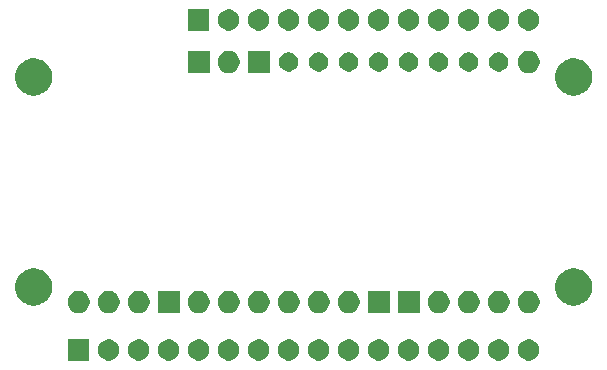
<source format=gts>
G04 #@! TF.GenerationSoftware,KiCad,Pcbnew,(5.1.5-0-10_14)*
G04 #@! TF.CreationDate,2019-12-30T14:06:52-05:00*
G04 #@! TF.ProjectId,FeatherShim,46656174-6865-4725-9368-696d2e6b6963,rev?*
G04 #@! TF.SameCoordinates,Original*
G04 #@! TF.FileFunction,Soldermask,Top*
G04 #@! TF.FilePolarity,Negative*
%FSLAX46Y46*%
G04 Gerber Fmt 4.6, Leading zero omitted, Abs format (unit mm)*
G04 Created by KiCad (PCBNEW (5.1.5-0-10_14)) date 2019-12-30 14:06:52*
%MOMM*%
%LPD*%
G04 APERTURE LIST*
%ADD10C,0.100000*%
G04 APERTURE END LIST*
D10*
G36*
X174583512Y-116653927D02*
G01*
X174732812Y-116683624D01*
X174896784Y-116751544D01*
X175044354Y-116850147D01*
X175169853Y-116975646D01*
X175268456Y-117123216D01*
X175336376Y-117287188D01*
X175371000Y-117461259D01*
X175371000Y-117638741D01*
X175336376Y-117812812D01*
X175268456Y-117976784D01*
X175169853Y-118124354D01*
X175044354Y-118249853D01*
X174896784Y-118348456D01*
X174732812Y-118416376D01*
X174583512Y-118446073D01*
X174558742Y-118451000D01*
X174381258Y-118451000D01*
X174356488Y-118446073D01*
X174207188Y-118416376D01*
X174043216Y-118348456D01*
X173895646Y-118249853D01*
X173770147Y-118124354D01*
X173671544Y-117976784D01*
X173603624Y-117812812D01*
X173569000Y-117638741D01*
X173569000Y-117461259D01*
X173603624Y-117287188D01*
X173671544Y-117123216D01*
X173770147Y-116975646D01*
X173895646Y-116850147D01*
X174043216Y-116751544D01*
X174207188Y-116683624D01*
X174356488Y-116653927D01*
X174381258Y-116649000D01*
X174558742Y-116649000D01*
X174583512Y-116653927D01*
G37*
G36*
X172043512Y-116653927D02*
G01*
X172192812Y-116683624D01*
X172356784Y-116751544D01*
X172504354Y-116850147D01*
X172629853Y-116975646D01*
X172728456Y-117123216D01*
X172796376Y-117287188D01*
X172831000Y-117461259D01*
X172831000Y-117638741D01*
X172796376Y-117812812D01*
X172728456Y-117976784D01*
X172629853Y-118124354D01*
X172504354Y-118249853D01*
X172356784Y-118348456D01*
X172192812Y-118416376D01*
X172043512Y-118446073D01*
X172018742Y-118451000D01*
X171841258Y-118451000D01*
X171816488Y-118446073D01*
X171667188Y-118416376D01*
X171503216Y-118348456D01*
X171355646Y-118249853D01*
X171230147Y-118124354D01*
X171131544Y-117976784D01*
X171063624Y-117812812D01*
X171029000Y-117638741D01*
X171029000Y-117461259D01*
X171063624Y-117287188D01*
X171131544Y-117123216D01*
X171230147Y-116975646D01*
X171355646Y-116850147D01*
X171503216Y-116751544D01*
X171667188Y-116683624D01*
X171816488Y-116653927D01*
X171841258Y-116649000D01*
X172018742Y-116649000D01*
X172043512Y-116653927D01*
G37*
G36*
X169503512Y-116653927D02*
G01*
X169652812Y-116683624D01*
X169816784Y-116751544D01*
X169964354Y-116850147D01*
X170089853Y-116975646D01*
X170188456Y-117123216D01*
X170256376Y-117287188D01*
X170291000Y-117461259D01*
X170291000Y-117638741D01*
X170256376Y-117812812D01*
X170188456Y-117976784D01*
X170089853Y-118124354D01*
X169964354Y-118249853D01*
X169816784Y-118348456D01*
X169652812Y-118416376D01*
X169503512Y-118446073D01*
X169478742Y-118451000D01*
X169301258Y-118451000D01*
X169276488Y-118446073D01*
X169127188Y-118416376D01*
X168963216Y-118348456D01*
X168815646Y-118249853D01*
X168690147Y-118124354D01*
X168591544Y-117976784D01*
X168523624Y-117812812D01*
X168489000Y-117638741D01*
X168489000Y-117461259D01*
X168523624Y-117287188D01*
X168591544Y-117123216D01*
X168690147Y-116975646D01*
X168815646Y-116850147D01*
X168963216Y-116751544D01*
X169127188Y-116683624D01*
X169276488Y-116653927D01*
X169301258Y-116649000D01*
X169478742Y-116649000D01*
X169503512Y-116653927D01*
G37*
G36*
X166963512Y-116653927D02*
G01*
X167112812Y-116683624D01*
X167276784Y-116751544D01*
X167424354Y-116850147D01*
X167549853Y-116975646D01*
X167648456Y-117123216D01*
X167716376Y-117287188D01*
X167751000Y-117461259D01*
X167751000Y-117638741D01*
X167716376Y-117812812D01*
X167648456Y-117976784D01*
X167549853Y-118124354D01*
X167424354Y-118249853D01*
X167276784Y-118348456D01*
X167112812Y-118416376D01*
X166963512Y-118446073D01*
X166938742Y-118451000D01*
X166761258Y-118451000D01*
X166736488Y-118446073D01*
X166587188Y-118416376D01*
X166423216Y-118348456D01*
X166275646Y-118249853D01*
X166150147Y-118124354D01*
X166051544Y-117976784D01*
X165983624Y-117812812D01*
X165949000Y-117638741D01*
X165949000Y-117461259D01*
X165983624Y-117287188D01*
X166051544Y-117123216D01*
X166150147Y-116975646D01*
X166275646Y-116850147D01*
X166423216Y-116751544D01*
X166587188Y-116683624D01*
X166736488Y-116653927D01*
X166761258Y-116649000D01*
X166938742Y-116649000D01*
X166963512Y-116653927D01*
G37*
G36*
X164423512Y-116653927D02*
G01*
X164572812Y-116683624D01*
X164736784Y-116751544D01*
X164884354Y-116850147D01*
X165009853Y-116975646D01*
X165108456Y-117123216D01*
X165176376Y-117287188D01*
X165211000Y-117461259D01*
X165211000Y-117638741D01*
X165176376Y-117812812D01*
X165108456Y-117976784D01*
X165009853Y-118124354D01*
X164884354Y-118249853D01*
X164736784Y-118348456D01*
X164572812Y-118416376D01*
X164423512Y-118446073D01*
X164398742Y-118451000D01*
X164221258Y-118451000D01*
X164196488Y-118446073D01*
X164047188Y-118416376D01*
X163883216Y-118348456D01*
X163735646Y-118249853D01*
X163610147Y-118124354D01*
X163511544Y-117976784D01*
X163443624Y-117812812D01*
X163409000Y-117638741D01*
X163409000Y-117461259D01*
X163443624Y-117287188D01*
X163511544Y-117123216D01*
X163610147Y-116975646D01*
X163735646Y-116850147D01*
X163883216Y-116751544D01*
X164047188Y-116683624D01*
X164196488Y-116653927D01*
X164221258Y-116649000D01*
X164398742Y-116649000D01*
X164423512Y-116653927D01*
G37*
G36*
X161883512Y-116653927D02*
G01*
X162032812Y-116683624D01*
X162196784Y-116751544D01*
X162344354Y-116850147D01*
X162469853Y-116975646D01*
X162568456Y-117123216D01*
X162636376Y-117287188D01*
X162671000Y-117461259D01*
X162671000Y-117638741D01*
X162636376Y-117812812D01*
X162568456Y-117976784D01*
X162469853Y-118124354D01*
X162344354Y-118249853D01*
X162196784Y-118348456D01*
X162032812Y-118416376D01*
X161883512Y-118446073D01*
X161858742Y-118451000D01*
X161681258Y-118451000D01*
X161656488Y-118446073D01*
X161507188Y-118416376D01*
X161343216Y-118348456D01*
X161195646Y-118249853D01*
X161070147Y-118124354D01*
X160971544Y-117976784D01*
X160903624Y-117812812D01*
X160869000Y-117638741D01*
X160869000Y-117461259D01*
X160903624Y-117287188D01*
X160971544Y-117123216D01*
X161070147Y-116975646D01*
X161195646Y-116850147D01*
X161343216Y-116751544D01*
X161507188Y-116683624D01*
X161656488Y-116653927D01*
X161681258Y-116649000D01*
X161858742Y-116649000D01*
X161883512Y-116653927D01*
G37*
G36*
X159343512Y-116653927D02*
G01*
X159492812Y-116683624D01*
X159656784Y-116751544D01*
X159804354Y-116850147D01*
X159929853Y-116975646D01*
X160028456Y-117123216D01*
X160096376Y-117287188D01*
X160131000Y-117461259D01*
X160131000Y-117638741D01*
X160096376Y-117812812D01*
X160028456Y-117976784D01*
X159929853Y-118124354D01*
X159804354Y-118249853D01*
X159656784Y-118348456D01*
X159492812Y-118416376D01*
X159343512Y-118446073D01*
X159318742Y-118451000D01*
X159141258Y-118451000D01*
X159116488Y-118446073D01*
X158967188Y-118416376D01*
X158803216Y-118348456D01*
X158655646Y-118249853D01*
X158530147Y-118124354D01*
X158431544Y-117976784D01*
X158363624Y-117812812D01*
X158329000Y-117638741D01*
X158329000Y-117461259D01*
X158363624Y-117287188D01*
X158431544Y-117123216D01*
X158530147Y-116975646D01*
X158655646Y-116850147D01*
X158803216Y-116751544D01*
X158967188Y-116683624D01*
X159116488Y-116653927D01*
X159141258Y-116649000D01*
X159318742Y-116649000D01*
X159343512Y-116653927D01*
G37*
G36*
X156803512Y-116653927D02*
G01*
X156952812Y-116683624D01*
X157116784Y-116751544D01*
X157264354Y-116850147D01*
X157389853Y-116975646D01*
X157488456Y-117123216D01*
X157556376Y-117287188D01*
X157591000Y-117461259D01*
X157591000Y-117638741D01*
X157556376Y-117812812D01*
X157488456Y-117976784D01*
X157389853Y-118124354D01*
X157264354Y-118249853D01*
X157116784Y-118348456D01*
X156952812Y-118416376D01*
X156803512Y-118446073D01*
X156778742Y-118451000D01*
X156601258Y-118451000D01*
X156576488Y-118446073D01*
X156427188Y-118416376D01*
X156263216Y-118348456D01*
X156115646Y-118249853D01*
X155990147Y-118124354D01*
X155891544Y-117976784D01*
X155823624Y-117812812D01*
X155789000Y-117638741D01*
X155789000Y-117461259D01*
X155823624Y-117287188D01*
X155891544Y-117123216D01*
X155990147Y-116975646D01*
X156115646Y-116850147D01*
X156263216Y-116751544D01*
X156427188Y-116683624D01*
X156576488Y-116653927D01*
X156601258Y-116649000D01*
X156778742Y-116649000D01*
X156803512Y-116653927D01*
G37*
G36*
X154263512Y-116653927D02*
G01*
X154412812Y-116683624D01*
X154576784Y-116751544D01*
X154724354Y-116850147D01*
X154849853Y-116975646D01*
X154948456Y-117123216D01*
X155016376Y-117287188D01*
X155051000Y-117461259D01*
X155051000Y-117638741D01*
X155016376Y-117812812D01*
X154948456Y-117976784D01*
X154849853Y-118124354D01*
X154724354Y-118249853D01*
X154576784Y-118348456D01*
X154412812Y-118416376D01*
X154263512Y-118446073D01*
X154238742Y-118451000D01*
X154061258Y-118451000D01*
X154036488Y-118446073D01*
X153887188Y-118416376D01*
X153723216Y-118348456D01*
X153575646Y-118249853D01*
X153450147Y-118124354D01*
X153351544Y-117976784D01*
X153283624Y-117812812D01*
X153249000Y-117638741D01*
X153249000Y-117461259D01*
X153283624Y-117287188D01*
X153351544Y-117123216D01*
X153450147Y-116975646D01*
X153575646Y-116850147D01*
X153723216Y-116751544D01*
X153887188Y-116683624D01*
X154036488Y-116653927D01*
X154061258Y-116649000D01*
X154238742Y-116649000D01*
X154263512Y-116653927D01*
G37*
G36*
X151723512Y-116653927D02*
G01*
X151872812Y-116683624D01*
X152036784Y-116751544D01*
X152184354Y-116850147D01*
X152309853Y-116975646D01*
X152408456Y-117123216D01*
X152476376Y-117287188D01*
X152511000Y-117461259D01*
X152511000Y-117638741D01*
X152476376Y-117812812D01*
X152408456Y-117976784D01*
X152309853Y-118124354D01*
X152184354Y-118249853D01*
X152036784Y-118348456D01*
X151872812Y-118416376D01*
X151723512Y-118446073D01*
X151698742Y-118451000D01*
X151521258Y-118451000D01*
X151496488Y-118446073D01*
X151347188Y-118416376D01*
X151183216Y-118348456D01*
X151035646Y-118249853D01*
X150910147Y-118124354D01*
X150811544Y-117976784D01*
X150743624Y-117812812D01*
X150709000Y-117638741D01*
X150709000Y-117461259D01*
X150743624Y-117287188D01*
X150811544Y-117123216D01*
X150910147Y-116975646D01*
X151035646Y-116850147D01*
X151183216Y-116751544D01*
X151347188Y-116683624D01*
X151496488Y-116653927D01*
X151521258Y-116649000D01*
X151698742Y-116649000D01*
X151723512Y-116653927D01*
G37*
G36*
X149183512Y-116653927D02*
G01*
X149332812Y-116683624D01*
X149496784Y-116751544D01*
X149644354Y-116850147D01*
X149769853Y-116975646D01*
X149868456Y-117123216D01*
X149936376Y-117287188D01*
X149971000Y-117461259D01*
X149971000Y-117638741D01*
X149936376Y-117812812D01*
X149868456Y-117976784D01*
X149769853Y-118124354D01*
X149644354Y-118249853D01*
X149496784Y-118348456D01*
X149332812Y-118416376D01*
X149183512Y-118446073D01*
X149158742Y-118451000D01*
X148981258Y-118451000D01*
X148956488Y-118446073D01*
X148807188Y-118416376D01*
X148643216Y-118348456D01*
X148495646Y-118249853D01*
X148370147Y-118124354D01*
X148271544Y-117976784D01*
X148203624Y-117812812D01*
X148169000Y-117638741D01*
X148169000Y-117461259D01*
X148203624Y-117287188D01*
X148271544Y-117123216D01*
X148370147Y-116975646D01*
X148495646Y-116850147D01*
X148643216Y-116751544D01*
X148807188Y-116683624D01*
X148956488Y-116653927D01*
X148981258Y-116649000D01*
X149158742Y-116649000D01*
X149183512Y-116653927D01*
G37*
G36*
X146643512Y-116653927D02*
G01*
X146792812Y-116683624D01*
X146956784Y-116751544D01*
X147104354Y-116850147D01*
X147229853Y-116975646D01*
X147328456Y-117123216D01*
X147396376Y-117287188D01*
X147431000Y-117461259D01*
X147431000Y-117638741D01*
X147396376Y-117812812D01*
X147328456Y-117976784D01*
X147229853Y-118124354D01*
X147104354Y-118249853D01*
X146956784Y-118348456D01*
X146792812Y-118416376D01*
X146643512Y-118446073D01*
X146618742Y-118451000D01*
X146441258Y-118451000D01*
X146416488Y-118446073D01*
X146267188Y-118416376D01*
X146103216Y-118348456D01*
X145955646Y-118249853D01*
X145830147Y-118124354D01*
X145731544Y-117976784D01*
X145663624Y-117812812D01*
X145629000Y-117638741D01*
X145629000Y-117461259D01*
X145663624Y-117287188D01*
X145731544Y-117123216D01*
X145830147Y-116975646D01*
X145955646Y-116850147D01*
X146103216Y-116751544D01*
X146267188Y-116683624D01*
X146416488Y-116653927D01*
X146441258Y-116649000D01*
X146618742Y-116649000D01*
X146643512Y-116653927D01*
G37*
G36*
X144103512Y-116653927D02*
G01*
X144252812Y-116683624D01*
X144416784Y-116751544D01*
X144564354Y-116850147D01*
X144689853Y-116975646D01*
X144788456Y-117123216D01*
X144856376Y-117287188D01*
X144891000Y-117461259D01*
X144891000Y-117638741D01*
X144856376Y-117812812D01*
X144788456Y-117976784D01*
X144689853Y-118124354D01*
X144564354Y-118249853D01*
X144416784Y-118348456D01*
X144252812Y-118416376D01*
X144103512Y-118446073D01*
X144078742Y-118451000D01*
X143901258Y-118451000D01*
X143876488Y-118446073D01*
X143727188Y-118416376D01*
X143563216Y-118348456D01*
X143415646Y-118249853D01*
X143290147Y-118124354D01*
X143191544Y-117976784D01*
X143123624Y-117812812D01*
X143089000Y-117638741D01*
X143089000Y-117461259D01*
X143123624Y-117287188D01*
X143191544Y-117123216D01*
X143290147Y-116975646D01*
X143415646Y-116850147D01*
X143563216Y-116751544D01*
X143727188Y-116683624D01*
X143876488Y-116653927D01*
X143901258Y-116649000D01*
X144078742Y-116649000D01*
X144103512Y-116653927D01*
G37*
G36*
X141563512Y-116653927D02*
G01*
X141712812Y-116683624D01*
X141876784Y-116751544D01*
X142024354Y-116850147D01*
X142149853Y-116975646D01*
X142248456Y-117123216D01*
X142316376Y-117287188D01*
X142351000Y-117461259D01*
X142351000Y-117638741D01*
X142316376Y-117812812D01*
X142248456Y-117976784D01*
X142149853Y-118124354D01*
X142024354Y-118249853D01*
X141876784Y-118348456D01*
X141712812Y-118416376D01*
X141563512Y-118446073D01*
X141538742Y-118451000D01*
X141361258Y-118451000D01*
X141336488Y-118446073D01*
X141187188Y-118416376D01*
X141023216Y-118348456D01*
X140875646Y-118249853D01*
X140750147Y-118124354D01*
X140651544Y-117976784D01*
X140583624Y-117812812D01*
X140549000Y-117638741D01*
X140549000Y-117461259D01*
X140583624Y-117287188D01*
X140651544Y-117123216D01*
X140750147Y-116975646D01*
X140875646Y-116850147D01*
X141023216Y-116751544D01*
X141187188Y-116683624D01*
X141336488Y-116653927D01*
X141361258Y-116649000D01*
X141538742Y-116649000D01*
X141563512Y-116653927D01*
G37*
G36*
X139023512Y-116653927D02*
G01*
X139172812Y-116683624D01*
X139336784Y-116751544D01*
X139484354Y-116850147D01*
X139609853Y-116975646D01*
X139708456Y-117123216D01*
X139776376Y-117287188D01*
X139811000Y-117461259D01*
X139811000Y-117638741D01*
X139776376Y-117812812D01*
X139708456Y-117976784D01*
X139609853Y-118124354D01*
X139484354Y-118249853D01*
X139336784Y-118348456D01*
X139172812Y-118416376D01*
X139023512Y-118446073D01*
X138998742Y-118451000D01*
X138821258Y-118451000D01*
X138796488Y-118446073D01*
X138647188Y-118416376D01*
X138483216Y-118348456D01*
X138335646Y-118249853D01*
X138210147Y-118124354D01*
X138111544Y-117976784D01*
X138043624Y-117812812D01*
X138009000Y-117638741D01*
X138009000Y-117461259D01*
X138043624Y-117287188D01*
X138111544Y-117123216D01*
X138210147Y-116975646D01*
X138335646Y-116850147D01*
X138483216Y-116751544D01*
X138647188Y-116683624D01*
X138796488Y-116653927D01*
X138821258Y-116649000D01*
X138998742Y-116649000D01*
X139023512Y-116653927D01*
G37*
G36*
X137271000Y-118451000D02*
G01*
X135469000Y-118451000D01*
X135469000Y-116649000D01*
X137271000Y-116649000D01*
X137271000Y-118451000D01*
G37*
G36*
X144932600Y-114427200D02*
G01*
X143052600Y-114427200D01*
X143052600Y-112547200D01*
X144932600Y-112547200D01*
X144932600Y-114427200D01*
G37*
G36*
X162712600Y-114427200D02*
G01*
X160832600Y-114427200D01*
X160832600Y-112547200D01*
X162712600Y-112547200D01*
X162712600Y-114427200D01*
G37*
G36*
X165252600Y-114427200D02*
G01*
X163372600Y-114427200D01*
X163372600Y-112547200D01*
X165252600Y-112547200D01*
X165252600Y-114427200D01*
G37*
G36*
X136646787Y-112583323D02*
G01*
X136817855Y-112654182D01*
X136817857Y-112654183D01*
X136895358Y-112705968D01*
X136971814Y-112757054D01*
X137102746Y-112887986D01*
X137205618Y-113041945D01*
X137276477Y-113213013D01*
X137312600Y-113394617D01*
X137312600Y-113579783D01*
X137276477Y-113761387D01*
X137205618Y-113932455D01*
X137205617Y-113932457D01*
X137102745Y-114086415D01*
X136971815Y-114217345D01*
X136817857Y-114320217D01*
X136817856Y-114320218D01*
X136817855Y-114320218D01*
X136646787Y-114391077D01*
X136465183Y-114427200D01*
X136280017Y-114427200D01*
X136098413Y-114391077D01*
X135927345Y-114320218D01*
X135927344Y-114320218D01*
X135927343Y-114320217D01*
X135773385Y-114217345D01*
X135642455Y-114086415D01*
X135539583Y-113932457D01*
X135539582Y-113932455D01*
X135468723Y-113761387D01*
X135432600Y-113579783D01*
X135432600Y-113394617D01*
X135468723Y-113213013D01*
X135539582Y-113041945D01*
X135642454Y-112887986D01*
X135773386Y-112757054D01*
X135849842Y-112705968D01*
X135927343Y-112654183D01*
X135927345Y-112654182D01*
X136098413Y-112583323D01*
X136280017Y-112547200D01*
X136465183Y-112547200D01*
X136646787Y-112583323D01*
G37*
G36*
X139186787Y-112583323D02*
G01*
X139357855Y-112654182D01*
X139357857Y-112654183D01*
X139435358Y-112705968D01*
X139511814Y-112757054D01*
X139642746Y-112887986D01*
X139745618Y-113041945D01*
X139816477Y-113213013D01*
X139852600Y-113394617D01*
X139852600Y-113579783D01*
X139816477Y-113761387D01*
X139745618Y-113932455D01*
X139745617Y-113932457D01*
X139642745Y-114086415D01*
X139511815Y-114217345D01*
X139357857Y-114320217D01*
X139357856Y-114320218D01*
X139357855Y-114320218D01*
X139186787Y-114391077D01*
X139005183Y-114427200D01*
X138820017Y-114427200D01*
X138638413Y-114391077D01*
X138467345Y-114320218D01*
X138467344Y-114320218D01*
X138467343Y-114320217D01*
X138313385Y-114217345D01*
X138182455Y-114086415D01*
X138079583Y-113932457D01*
X138079582Y-113932455D01*
X138008723Y-113761387D01*
X137972600Y-113579783D01*
X137972600Y-113394617D01*
X138008723Y-113213013D01*
X138079582Y-113041945D01*
X138182454Y-112887986D01*
X138313386Y-112757054D01*
X138389842Y-112705968D01*
X138467343Y-112654183D01*
X138467345Y-112654182D01*
X138638413Y-112583323D01*
X138820017Y-112547200D01*
X139005183Y-112547200D01*
X139186787Y-112583323D01*
G37*
G36*
X141726787Y-112583323D02*
G01*
X141897855Y-112654182D01*
X141897857Y-112654183D01*
X141975358Y-112705968D01*
X142051814Y-112757054D01*
X142182746Y-112887986D01*
X142285618Y-113041945D01*
X142356477Y-113213013D01*
X142392600Y-113394617D01*
X142392600Y-113579783D01*
X142356477Y-113761387D01*
X142285618Y-113932455D01*
X142285617Y-113932457D01*
X142182745Y-114086415D01*
X142051815Y-114217345D01*
X141897857Y-114320217D01*
X141897856Y-114320218D01*
X141897855Y-114320218D01*
X141726787Y-114391077D01*
X141545183Y-114427200D01*
X141360017Y-114427200D01*
X141178413Y-114391077D01*
X141007345Y-114320218D01*
X141007344Y-114320218D01*
X141007343Y-114320217D01*
X140853385Y-114217345D01*
X140722455Y-114086415D01*
X140619583Y-113932457D01*
X140619582Y-113932455D01*
X140548723Y-113761387D01*
X140512600Y-113579783D01*
X140512600Y-113394617D01*
X140548723Y-113213013D01*
X140619582Y-113041945D01*
X140722454Y-112887986D01*
X140853386Y-112757054D01*
X140929842Y-112705968D01*
X141007343Y-112654183D01*
X141007345Y-112654182D01*
X141178413Y-112583323D01*
X141360017Y-112547200D01*
X141545183Y-112547200D01*
X141726787Y-112583323D01*
G37*
G36*
X146806787Y-112583323D02*
G01*
X146977855Y-112654182D01*
X146977857Y-112654183D01*
X147055358Y-112705968D01*
X147131814Y-112757054D01*
X147262746Y-112887986D01*
X147365618Y-113041945D01*
X147436477Y-113213013D01*
X147472600Y-113394617D01*
X147472600Y-113579783D01*
X147436477Y-113761387D01*
X147365618Y-113932455D01*
X147365617Y-113932457D01*
X147262745Y-114086415D01*
X147131815Y-114217345D01*
X146977857Y-114320217D01*
X146977856Y-114320218D01*
X146977855Y-114320218D01*
X146806787Y-114391077D01*
X146625183Y-114427200D01*
X146440017Y-114427200D01*
X146258413Y-114391077D01*
X146087345Y-114320218D01*
X146087344Y-114320218D01*
X146087343Y-114320217D01*
X145933385Y-114217345D01*
X145802455Y-114086415D01*
X145699583Y-113932457D01*
X145699582Y-113932455D01*
X145628723Y-113761387D01*
X145592600Y-113579783D01*
X145592600Y-113394617D01*
X145628723Y-113213013D01*
X145699582Y-113041945D01*
X145802454Y-112887986D01*
X145933386Y-112757054D01*
X146009842Y-112705968D01*
X146087343Y-112654183D01*
X146087345Y-112654182D01*
X146258413Y-112583323D01*
X146440017Y-112547200D01*
X146625183Y-112547200D01*
X146806787Y-112583323D01*
G37*
G36*
X149346787Y-112583323D02*
G01*
X149517855Y-112654182D01*
X149517857Y-112654183D01*
X149595358Y-112705968D01*
X149671814Y-112757054D01*
X149802746Y-112887986D01*
X149905618Y-113041945D01*
X149976477Y-113213013D01*
X150012600Y-113394617D01*
X150012600Y-113579783D01*
X149976477Y-113761387D01*
X149905618Y-113932455D01*
X149905617Y-113932457D01*
X149802745Y-114086415D01*
X149671815Y-114217345D01*
X149517857Y-114320217D01*
X149517856Y-114320218D01*
X149517855Y-114320218D01*
X149346787Y-114391077D01*
X149165183Y-114427200D01*
X148980017Y-114427200D01*
X148798413Y-114391077D01*
X148627345Y-114320218D01*
X148627344Y-114320218D01*
X148627343Y-114320217D01*
X148473385Y-114217345D01*
X148342455Y-114086415D01*
X148239583Y-113932457D01*
X148239582Y-113932455D01*
X148168723Y-113761387D01*
X148132600Y-113579783D01*
X148132600Y-113394617D01*
X148168723Y-113213013D01*
X148239582Y-113041945D01*
X148342454Y-112887986D01*
X148473386Y-112757054D01*
X148549842Y-112705968D01*
X148627343Y-112654183D01*
X148627345Y-112654182D01*
X148798413Y-112583323D01*
X148980017Y-112547200D01*
X149165183Y-112547200D01*
X149346787Y-112583323D01*
G37*
G36*
X151886787Y-112583323D02*
G01*
X152057855Y-112654182D01*
X152057857Y-112654183D01*
X152135358Y-112705968D01*
X152211814Y-112757054D01*
X152342746Y-112887986D01*
X152445618Y-113041945D01*
X152516477Y-113213013D01*
X152552600Y-113394617D01*
X152552600Y-113579783D01*
X152516477Y-113761387D01*
X152445618Y-113932455D01*
X152445617Y-113932457D01*
X152342745Y-114086415D01*
X152211815Y-114217345D01*
X152057857Y-114320217D01*
X152057856Y-114320218D01*
X152057855Y-114320218D01*
X151886787Y-114391077D01*
X151705183Y-114427200D01*
X151520017Y-114427200D01*
X151338413Y-114391077D01*
X151167345Y-114320218D01*
X151167344Y-114320218D01*
X151167343Y-114320217D01*
X151013385Y-114217345D01*
X150882455Y-114086415D01*
X150779583Y-113932457D01*
X150779582Y-113932455D01*
X150708723Y-113761387D01*
X150672600Y-113579783D01*
X150672600Y-113394617D01*
X150708723Y-113213013D01*
X150779582Y-113041945D01*
X150882454Y-112887986D01*
X151013386Y-112757054D01*
X151089842Y-112705968D01*
X151167343Y-112654183D01*
X151167345Y-112654182D01*
X151338413Y-112583323D01*
X151520017Y-112547200D01*
X151705183Y-112547200D01*
X151886787Y-112583323D01*
G37*
G36*
X154426787Y-112583323D02*
G01*
X154597855Y-112654182D01*
X154597857Y-112654183D01*
X154675358Y-112705968D01*
X154751814Y-112757054D01*
X154882746Y-112887986D01*
X154985618Y-113041945D01*
X155056477Y-113213013D01*
X155092600Y-113394617D01*
X155092600Y-113579783D01*
X155056477Y-113761387D01*
X154985618Y-113932455D01*
X154985617Y-113932457D01*
X154882745Y-114086415D01*
X154751815Y-114217345D01*
X154597857Y-114320217D01*
X154597856Y-114320218D01*
X154597855Y-114320218D01*
X154426787Y-114391077D01*
X154245183Y-114427200D01*
X154060017Y-114427200D01*
X153878413Y-114391077D01*
X153707345Y-114320218D01*
X153707344Y-114320218D01*
X153707343Y-114320217D01*
X153553385Y-114217345D01*
X153422455Y-114086415D01*
X153319583Y-113932457D01*
X153319582Y-113932455D01*
X153248723Y-113761387D01*
X153212600Y-113579783D01*
X153212600Y-113394617D01*
X153248723Y-113213013D01*
X153319582Y-113041945D01*
X153422454Y-112887986D01*
X153553386Y-112757054D01*
X153629842Y-112705968D01*
X153707343Y-112654183D01*
X153707345Y-112654182D01*
X153878413Y-112583323D01*
X154060017Y-112547200D01*
X154245183Y-112547200D01*
X154426787Y-112583323D01*
G37*
G36*
X156966787Y-112583323D02*
G01*
X157137855Y-112654182D01*
X157137857Y-112654183D01*
X157215358Y-112705968D01*
X157291814Y-112757054D01*
X157422746Y-112887986D01*
X157525618Y-113041945D01*
X157596477Y-113213013D01*
X157632600Y-113394617D01*
X157632600Y-113579783D01*
X157596477Y-113761387D01*
X157525618Y-113932455D01*
X157525617Y-113932457D01*
X157422745Y-114086415D01*
X157291815Y-114217345D01*
X157137857Y-114320217D01*
X157137856Y-114320218D01*
X157137855Y-114320218D01*
X156966787Y-114391077D01*
X156785183Y-114427200D01*
X156600017Y-114427200D01*
X156418413Y-114391077D01*
X156247345Y-114320218D01*
X156247344Y-114320218D01*
X156247343Y-114320217D01*
X156093385Y-114217345D01*
X155962455Y-114086415D01*
X155859583Y-113932457D01*
X155859582Y-113932455D01*
X155788723Y-113761387D01*
X155752600Y-113579783D01*
X155752600Y-113394617D01*
X155788723Y-113213013D01*
X155859582Y-113041945D01*
X155962454Y-112887986D01*
X156093386Y-112757054D01*
X156169842Y-112705968D01*
X156247343Y-112654183D01*
X156247345Y-112654182D01*
X156418413Y-112583323D01*
X156600017Y-112547200D01*
X156785183Y-112547200D01*
X156966787Y-112583323D01*
G37*
G36*
X159506787Y-112583323D02*
G01*
X159677855Y-112654182D01*
X159677857Y-112654183D01*
X159755358Y-112705968D01*
X159831814Y-112757054D01*
X159962746Y-112887986D01*
X160065618Y-113041945D01*
X160136477Y-113213013D01*
X160172600Y-113394617D01*
X160172600Y-113579783D01*
X160136477Y-113761387D01*
X160065618Y-113932455D01*
X160065617Y-113932457D01*
X159962745Y-114086415D01*
X159831815Y-114217345D01*
X159677857Y-114320217D01*
X159677856Y-114320218D01*
X159677855Y-114320218D01*
X159506787Y-114391077D01*
X159325183Y-114427200D01*
X159140017Y-114427200D01*
X158958413Y-114391077D01*
X158787345Y-114320218D01*
X158787344Y-114320218D01*
X158787343Y-114320217D01*
X158633385Y-114217345D01*
X158502455Y-114086415D01*
X158399583Y-113932457D01*
X158399582Y-113932455D01*
X158328723Y-113761387D01*
X158292600Y-113579783D01*
X158292600Y-113394617D01*
X158328723Y-113213013D01*
X158399582Y-113041945D01*
X158502454Y-112887986D01*
X158633386Y-112757054D01*
X158709842Y-112705968D01*
X158787343Y-112654183D01*
X158787345Y-112654182D01*
X158958413Y-112583323D01*
X159140017Y-112547200D01*
X159325183Y-112547200D01*
X159506787Y-112583323D01*
G37*
G36*
X167126787Y-112583323D02*
G01*
X167297855Y-112654182D01*
X167297857Y-112654183D01*
X167375358Y-112705968D01*
X167451814Y-112757054D01*
X167582746Y-112887986D01*
X167685618Y-113041945D01*
X167756477Y-113213013D01*
X167792600Y-113394617D01*
X167792600Y-113579783D01*
X167756477Y-113761387D01*
X167685618Y-113932455D01*
X167685617Y-113932457D01*
X167582745Y-114086415D01*
X167451815Y-114217345D01*
X167297857Y-114320217D01*
X167297856Y-114320218D01*
X167297855Y-114320218D01*
X167126787Y-114391077D01*
X166945183Y-114427200D01*
X166760017Y-114427200D01*
X166578413Y-114391077D01*
X166407345Y-114320218D01*
X166407344Y-114320218D01*
X166407343Y-114320217D01*
X166253385Y-114217345D01*
X166122455Y-114086415D01*
X166019583Y-113932457D01*
X166019582Y-113932455D01*
X165948723Y-113761387D01*
X165912600Y-113579783D01*
X165912600Y-113394617D01*
X165948723Y-113213013D01*
X166019582Y-113041945D01*
X166122454Y-112887986D01*
X166253386Y-112757054D01*
X166329842Y-112705968D01*
X166407343Y-112654183D01*
X166407345Y-112654182D01*
X166578413Y-112583323D01*
X166760017Y-112547200D01*
X166945183Y-112547200D01*
X167126787Y-112583323D01*
G37*
G36*
X169666787Y-112583323D02*
G01*
X169837855Y-112654182D01*
X169837857Y-112654183D01*
X169915358Y-112705968D01*
X169991814Y-112757054D01*
X170122746Y-112887986D01*
X170225618Y-113041945D01*
X170296477Y-113213013D01*
X170332600Y-113394617D01*
X170332600Y-113579783D01*
X170296477Y-113761387D01*
X170225618Y-113932455D01*
X170225617Y-113932457D01*
X170122745Y-114086415D01*
X169991815Y-114217345D01*
X169837857Y-114320217D01*
X169837856Y-114320218D01*
X169837855Y-114320218D01*
X169666787Y-114391077D01*
X169485183Y-114427200D01*
X169300017Y-114427200D01*
X169118413Y-114391077D01*
X168947345Y-114320218D01*
X168947344Y-114320218D01*
X168947343Y-114320217D01*
X168793385Y-114217345D01*
X168662455Y-114086415D01*
X168559583Y-113932457D01*
X168559582Y-113932455D01*
X168488723Y-113761387D01*
X168452600Y-113579783D01*
X168452600Y-113394617D01*
X168488723Y-113213013D01*
X168559582Y-113041945D01*
X168662454Y-112887986D01*
X168793386Y-112757054D01*
X168869842Y-112705968D01*
X168947343Y-112654183D01*
X168947345Y-112654182D01*
X169118413Y-112583323D01*
X169300017Y-112547200D01*
X169485183Y-112547200D01*
X169666787Y-112583323D01*
G37*
G36*
X172206787Y-112583323D02*
G01*
X172377855Y-112654182D01*
X172377857Y-112654183D01*
X172455358Y-112705968D01*
X172531814Y-112757054D01*
X172662746Y-112887986D01*
X172765618Y-113041945D01*
X172836477Y-113213013D01*
X172872600Y-113394617D01*
X172872600Y-113579783D01*
X172836477Y-113761387D01*
X172765618Y-113932455D01*
X172765617Y-113932457D01*
X172662745Y-114086415D01*
X172531815Y-114217345D01*
X172377857Y-114320217D01*
X172377856Y-114320218D01*
X172377855Y-114320218D01*
X172206787Y-114391077D01*
X172025183Y-114427200D01*
X171840017Y-114427200D01*
X171658413Y-114391077D01*
X171487345Y-114320218D01*
X171487344Y-114320218D01*
X171487343Y-114320217D01*
X171333385Y-114217345D01*
X171202455Y-114086415D01*
X171099583Y-113932457D01*
X171099582Y-113932455D01*
X171028723Y-113761387D01*
X170992600Y-113579783D01*
X170992600Y-113394617D01*
X171028723Y-113213013D01*
X171099582Y-113041945D01*
X171202454Y-112887986D01*
X171333386Y-112757054D01*
X171409842Y-112705968D01*
X171487343Y-112654183D01*
X171487345Y-112654182D01*
X171658413Y-112583323D01*
X171840017Y-112547200D01*
X172025183Y-112547200D01*
X172206787Y-112583323D01*
G37*
G36*
X174746787Y-112583323D02*
G01*
X174917855Y-112654182D01*
X174917857Y-112654183D01*
X174995358Y-112705968D01*
X175071814Y-112757054D01*
X175202746Y-112887986D01*
X175305618Y-113041945D01*
X175376477Y-113213013D01*
X175412600Y-113394617D01*
X175412600Y-113579783D01*
X175376477Y-113761387D01*
X175305618Y-113932455D01*
X175305617Y-113932457D01*
X175202745Y-114086415D01*
X175071815Y-114217345D01*
X174917857Y-114320217D01*
X174917856Y-114320218D01*
X174917855Y-114320218D01*
X174746787Y-114391077D01*
X174565183Y-114427200D01*
X174380017Y-114427200D01*
X174198413Y-114391077D01*
X174027345Y-114320218D01*
X174027344Y-114320218D01*
X174027343Y-114320217D01*
X173873385Y-114217345D01*
X173742455Y-114086415D01*
X173639583Y-113932457D01*
X173639582Y-113932455D01*
X173568723Y-113761387D01*
X173532600Y-113579783D01*
X173532600Y-113394617D01*
X173568723Y-113213013D01*
X173639582Y-113041945D01*
X173742454Y-112887986D01*
X173873386Y-112757054D01*
X173949842Y-112705968D01*
X174027343Y-112654183D01*
X174027345Y-112654182D01*
X174198413Y-112583323D01*
X174380017Y-112547200D01*
X174565183Y-112547200D01*
X174746787Y-112583323D01*
G37*
G36*
X178589867Y-110672463D02*
G01*
X178742011Y-110702726D01*
X178860737Y-110751904D01*
X179028641Y-110821452D01*
X179028642Y-110821453D01*
X179286604Y-110993817D01*
X179505983Y-111213196D01*
X179621153Y-111385561D01*
X179678348Y-111471159D01*
X179797074Y-111757790D01*
X179857600Y-112062075D01*
X179857600Y-112372325D01*
X179797074Y-112676610D01*
X179678348Y-112963241D01*
X179678347Y-112963242D01*
X179505983Y-113221204D01*
X179286604Y-113440583D01*
X179114239Y-113555753D01*
X179028641Y-113612948D01*
X178860737Y-113682496D01*
X178742011Y-113731674D01*
X178592633Y-113761387D01*
X178437725Y-113792200D01*
X178127475Y-113792200D01*
X177972567Y-113761387D01*
X177823189Y-113731674D01*
X177704463Y-113682496D01*
X177536559Y-113612948D01*
X177450961Y-113555753D01*
X177278596Y-113440583D01*
X177059217Y-113221204D01*
X176886853Y-112963242D01*
X176886852Y-112963241D01*
X176768126Y-112676610D01*
X176707600Y-112372325D01*
X176707600Y-112062075D01*
X176768126Y-111757790D01*
X176886852Y-111471159D01*
X176944047Y-111385561D01*
X177059217Y-111213196D01*
X177278596Y-110993817D01*
X177536558Y-110821453D01*
X177536559Y-110821452D01*
X177704463Y-110751904D01*
X177823189Y-110702726D01*
X177975333Y-110672463D01*
X178127475Y-110642200D01*
X178437725Y-110642200D01*
X178589867Y-110672463D01*
G37*
G36*
X132869867Y-110672463D02*
G01*
X133022011Y-110702726D01*
X133140737Y-110751904D01*
X133308641Y-110821452D01*
X133308642Y-110821453D01*
X133566604Y-110993817D01*
X133785983Y-111213196D01*
X133901153Y-111385561D01*
X133958348Y-111471159D01*
X134077074Y-111757790D01*
X134137600Y-112062075D01*
X134137600Y-112372325D01*
X134077074Y-112676610D01*
X133958348Y-112963241D01*
X133958347Y-112963242D01*
X133785983Y-113221204D01*
X133566604Y-113440583D01*
X133394239Y-113555753D01*
X133308641Y-113612948D01*
X133140737Y-113682496D01*
X133022011Y-113731674D01*
X132872633Y-113761387D01*
X132717725Y-113792200D01*
X132407475Y-113792200D01*
X132252567Y-113761387D01*
X132103189Y-113731674D01*
X131984463Y-113682496D01*
X131816559Y-113612948D01*
X131730961Y-113555753D01*
X131558596Y-113440583D01*
X131339217Y-113221204D01*
X131166853Y-112963242D01*
X131166852Y-112963241D01*
X131048126Y-112676610D01*
X130987600Y-112372325D01*
X130987600Y-112062075D01*
X131048126Y-111757790D01*
X131166852Y-111471159D01*
X131224047Y-111385561D01*
X131339217Y-111213196D01*
X131558596Y-110993817D01*
X131816558Y-110821453D01*
X131816559Y-110821452D01*
X131984463Y-110751904D01*
X132103189Y-110702726D01*
X132255333Y-110672463D01*
X132407475Y-110642200D01*
X132717725Y-110642200D01*
X132869867Y-110672463D01*
G37*
G36*
X178589867Y-92892463D02*
G01*
X178742011Y-92922726D01*
X178860737Y-92971904D01*
X179028641Y-93041452D01*
X179028642Y-93041453D01*
X179286604Y-93213817D01*
X179505983Y-93433196D01*
X179585565Y-93552300D01*
X179678348Y-93691159D01*
X179709520Y-93766415D01*
X179797074Y-93977789D01*
X179801535Y-94000217D01*
X179857600Y-94282075D01*
X179857600Y-94592325D01*
X179797074Y-94896610D01*
X179678348Y-95183241D01*
X179678347Y-95183242D01*
X179505983Y-95441204D01*
X179286604Y-95660583D01*
X179114239Y-95775753D01*
X179028641Y-95832948D01*
X178860737Y-95902496D01*
X178742011Y-95951674D01*
X178589867Y-95981937D01*
X178437725Y-96012200D01*
X178127475Y-96012200D01*
X177975333Y-95981937D01*
X177823189Y-95951674D01*
X177704463Y-95902496D01*
X177536559Y-95832948D01*
X177450961Y-95775753D01*
X177278596Y-95660583D01*
X177059217Y-95441204D01*
X176886853Y-95183242D01*
X176886852Y-95183241D01*
X176768126Y-94896610D01*
X176707600Y-94592325D01*
X176707600Y-94282075D01*
X176763665Y-94000217D01*
X176768126Y-93977789D01*
X176855680Y-93766415D01*
X176886852Y-93691159D01*
X176979635Y-93552300D01*
X177059217Y-93433196D01*
X177278596Y-93213817D01*
X177536558Y-93041453D01*
X177536559Y-93041452D01*
X177704463Y-92971904D01*
X177823189Y-92922726D01*
X178127475Y-92862200D01*
X178437725Y-92862200D01*
X178589867Y-92892463D01*
G37*
G36*
X132869867Y-92892463D02*
G01*
X133022011Y-92922726D01*
X133140737Y-92971904D01*
X133308641Y-93041452D01*
X133308642Y-93041453D01*
X133566604Y-93213817D01*
X133785983Y-93433196D01*
X133865565Y-93552300D01*
X133958348Y-93691159D01*
X133989520Y-93766415D01*
X134077074Y-93977789D01*
X134081535Y-94000217D01*
X134137600Y-94282075D01*
X134137600Y-94592325D01*
X134077074Y-94896610D01*
X133958348Y-95183241D01*
X133958347Y-95183242D01*
X133785983Y-95441204D01*
X133566604Y-95660583D01*
X133394239Y-95775753D01*
X133308641Y-95832948D01*
X133140737Y-95902496D01*
X133022011Y-95951674D01*
X132869867Y-95981937D01*
X132717725Y-96012200D01*
X132407475Y-96012200D01*
X132255333Y-95981937D01*
X132103189Y-95951674D01*
X131984463Y-95902496D01*
X131816559Y-95832948D01*
X131730961Y-95775753D01*
X131558596Y-95660583D01*
X131339217Y-95441204D01*
X131166853Y-95183242D01*
X131166852Y-95183241D01*
X131048126Y-94896610D01*
X130987600Y-94592325D01*
X130987600Y-94282075D01*
X131043665Y-94000217D01*
X131048126Y-93977789D01*
X131135680Y-93766415D01*
X131166852Y-93691159D01*
X131259635Y-93552300D01*
X131339217Y-93433196D01*
X131558596Y-93213817D01*
X131816558Y-93041453D01*
X131816559Y-93041452D01*
X131984463Y-92971904D01*
X132103189Y-92922726D01*
X132407475Y-92862200D01*
X132717725Y-92862200D01*
X132869867Y-92892463D01*
G37*
G36*
X149346787Y-92263323D02*
G01*
X149517855Y-92334182D01*
X149517857Y-92334183D01*
X149547814Y-92354200D01*
X149671814Y-92437054D01*
X149802746Y-92567986D01*
X149905618Y-92721945D01*
X149976477Y-92893013D01*
X150012600Y-93074617D01*
X150012600Y-93259783D01*
X149976477Y-93441387D01*
X149905618Y-93612455D01*
X149905617Y-93612457D01*
X149802745Y-93766415D01*
X149671815Y-93897345D01*
X149517857Y-94000217D01*
X149517856Y-94000218D01*
X149517855Y-94000218D01*
X149346787Y-94071077D01*
X149165183Y-94107200D01*
X148980017Y-94107200D01*
X148798413Y-94071077D01*
X148627345Y-94000218D01*
X148627344Y-94000218D01*
X148627343Y-94000217D01*
X148473385Y-93897345D01*
X148342455Y-93766415D01*
X148239583Y-93612457D01*
X148239582Y-93612455D01*
X148168723Y-93441387D01*
X148132600Y-93259783D01*
X148132600Y-93074617D01*
X148168723Y-92893013D01*
X148239582Y-92721945D01*
X148342454Y-92567986D01*
X148473386Y-92437054D01*
X148597386Y-92354200D01*
X148627343Y-92334183D01*
X148627345Y-92334182D01*
X148798413Y-92263323D01*
X148980017Y-92227200D01*
X149165183Y-92227200D01*
X149346787Y-92263323D01*
G37*
G36*
X147472600Y-94107200D02*
G01*
X145592600Y-94107200D01*
X145592600Y-92227200D01*
X147472600Y-92227200D01*
X147472600Y-94107200D01*
G37*
G36*
X152552600Y-94107200D02*
G01*
X150672600Y-94107200D01*
X150672600Y-92227200D01*
X152552600Y-92227200D01*
X152552600Y-94107200D01*
G37*
G36*
X174746787Y-92263323D02*
G01*
X174917855Y-92334182D01*
X174917857Y-92334183D01*
X174947814Y-92354200D01*
X175071814Y-92437054D01*
X175202746Y-92567986D01*
X175305618Y-92721945D01*
X175376477Y-92893013D01*
X175412600Y-93074617D01*
X175412600Y-93259783D01*
X175376477Y-93441387D01*
X175305618Y-93612455D01*
X175305617Y-93612457D01*
X175202745Y-93766415D01*
X175071815Y-93897345D01*
X174917857Y-94000217D01*
X174917856Y-94000218D01*
X174917855Y-94000218D01*
X174746787Y-94071077D01*
X174565183Y-94107200D01*
X174380017Y-94107200D01*
X174198413Y-94071077D01*
X174027345Y-94000218D01*
X174027344Y-94000218D01*
X174027343Y-94000217D01*
X173873385Y-93897345D01*
X173742455Y-93766415D01*
X173639583Y-93612457D01*
X173639582Y-93612455D01*
X173568723Y-93441387D01*
X173532600Y-93259783D01*
X173532600Y-93074617D01*
X173568723Y-92893013D01*
X173639582Y-92721945D01*
X173742454Y-92567986D01*
X173873386Y-92437054D01*
X173997386Y-92354200D01*
X174027343Y-92334183D01*
X174027345Y-92334182D01*
X174198413Y-92263323D01*
X174380017Y-92227200D01*
X174565183Y-92227200D01*
X174746787Y-92263323D01*
G37*
G36*
X159469742Y-92385442D02*
G01*
X159617701Y-92446729D01*
X159750855Y-92535699D01*
X159864101Y-92648945D01*
X159953071Y-92782099D01*
X160014358Y-92930058D01*
X160045600Y-93087125D01*
X160045600Y-93247275D01*
X160014358Y-93404342D01*
X159953071Y-93552301D01*
X159864101Y-93685455D01*
X159750855Y-93798701D01*
X159617701Y-93887671D01*
X159469742Y-93948958D01*
X159312675Y-93980200D01*
X159152525Y-93980200D01*
X158995458Y-93948958D01*
X158847499Y-93887671D01*
X158714345Y-93798701D01*
X158601099Y-93685455D01*
X158512129Y-93552301D01*
X158450842Y-93404342D01*
X158419600Y-93247275D01*
X158419600Y-93087125D01*
X158450842Y-92930058D01*
X158512129Y-92782099D01*
X158601099Y-92648945D01*
X158714345Y-92535699D01*
X158847499Y-92446729D01*
X158995458Y-92385442D01*
X159152525Y-92354200D01*
X159312675Y-92354200D01*
X159469742Y-92385442D01*
G37*
G36*
X156929742Y-92385442D02*
G01*
X157077701Y-92446729D01*
X157210855Y-92535699D01*
X157324101Y-92648945D01*
X157413071Y-92782099D01*
X157474358Y-92930058D01*
X157505600Y-93087125D01*
X157505600Y-93247275D01*
X157474358Y-93404342D01*
X157413071Y-93552301D01*
X157324101Y-93685455D01*
X157210855Y-93798701D01*
X157077701Y-93887671D01*
X156929742Y-93948958D01*
X156772675Y-93980200D01*
X156612525Y-93980200D01*
X156455458Y-93948958D01*
X156307499Y-93887671D01*
X156174345Y-93798701D01*
X156061099Y-93685455D01*
X155972129Y-93552301D01*
X155910842Y-93404342D01*
X155879600Y-93247275D01*
X155879600Y-93087125D01*
X155910842Y-92930058D01*
X155972129Y-92782099D01*
X156061099Y-92648945D01*
X156174345Y-92535699D01*
X156307499Y-92446729D01*
X156455458Y-92385442D01*
X156612525Y-92354200D01*
X156772675Y-92354200D01*
X156929742Y-92385442D01*
G37*
G36*
X154389742Y-92385442D02*
G01*
X154537701Y-92446729D01*
X154670855Y-92535699D01*
X154784101Y-92648945D01*
X154873071Y-92782099D01*
X154934358Y-92930058D01*
X154965600Y-93087125D01*
X154965600Y-93247275D01*
X154934358Y-93404342D01*
X154873071Y-93552301D01*
X154784101Y-93685455D01*
X154670855Y-93798701D01*
X154537701Y-93887671D01*
X154389742Y-93948958D01*
X154232675Y-93980200D01*
X154072525Y-93980200D01*
X153915458Y-93948958D01*
X153767499Y-93887671D01*
X153634345Y-93798701D01*
X153521099Y-93685455D01*
X153432129Y-93552301D01*
X153370842Y-93404342D01*
X153339600Y-93247275D01*
X153339600Y-93087125D01*
X153370842Y-92930058D01*
X153432129Y-92782099D01*
X153521099Y-92648945D01*
X153634345Y-92535699D01*
X153767499Y-92446729D01*
X153915458Y-92385442D01*
X154072525Y-92354200D01*
X154232675Y-92354200D01*
X154389742Y-92385442D01*
G37*
G36*
X162009742Y-92385442D02*
G01*
X162157701Y-92446729D01*
X162290855Y-92535699D01*
X162404101Y-92648945D01*
X162493071Y-92782099D01*
X162554358Y-92930058D01*
X162585600Y-93087125D01*
X162585600Y-93247275D01*
X162554358Y-93404342D01*
X162493071Y-93552301D01*
X162404101Y-93685455D01*
X162290855Y-93798701D01*
X162157701Y-93887671D01*
X162009742Y-93948958D01*
X161852675Y-93980200D01*
X161692525Y-93980200D01*
X161535458Y-93948958D01*
X161387499Y-93887671D01*
X161254345Y-93798701D01*
X161141099Y-93685455D01*
X161052129Y-93552301D01*
X160990842Y-93404342D01*
X160959600Y-93247275D01*
X160959600Y-93087125D01*
X160990842Y-92930058D01*
X161052129Y-92782099D01*
X161141099Y-92648945D01*
X161254345Y-92535699D01*
X161387499Y-92446729D01*
X161535458Y-92385442D01*
X161692525Y-92354200D01*
X161852675Y-92354200D01*
X162009742Y-92385442D01*
G37*
G36*
X172169742Y-92385442D02*
G01*
X172317701Y-92446729D01*
X172450855Y-92535699D01*
X172564101Y-92648945D01*
X172653071Y-92782099D01*
X172714358Y-92930058D01*
X172745600Y-93087125D01*
X172745600Y-93247275D01*
X172714358Y-93404342D01*
X172653071Y-93552301D01*
X172564101Y-93685455D01*
X172450855Y-93798701D01*
X172317701Y-93887671D01*
X172169742Y-93948958D01*
X172012675Y-93980200D01*
X171852525Y-93980200D01*
X171695458Y-93948958D01*
X171547499Y-93887671D01*
X171414345Y-93798701D01*
X171301099Y-93685455D01*
X171212129Y-93552301D01*
X171150842Y-93404342D01*
X171119600Y-93247275D01*
X171119600Y-93087125D01*
X171150842Y-92930058D01*
X171212129Y-92782099D01*
X171301099Y-92648945D01*
X171414345Y-92535699D01*
X171547499Y-92446729D01*
X171695458Y-92385442D01*
X171852525Y-92354200D01*
X172012675Y-92354200D01*
X172169742Y-92385442D01*
G37*
G36*
X169629742Y-92385442D02*
G01*
X169777701Y-92446729D01*
X169910855Y-92535699D01*
X170024101Y-92648945D01*
X170113071Y-92782099D01*
X170174358Y-92930058D01*
X170205600Y-93087125D01*
X170205600Y-93247275D01*
X170174358Y-93404342D01*
X170113071Y-93552301D01*
X170024101Y-93685455D01*
X169910855Y-93798701D01*
X169777701Y-93887671D01*
X169629742Y-93948958D01*
X169472675Y-93980200D01*
X169312525Y-93980200D01*
X169155458Y-93948958D01*
X169007499Y-93887671D01*
X168874345Y-93798701D01*
X168761099Y-93685455D01*
X168672129Y-93552301D01*
X168610842Y-93404342D01*
X168579600Y-93247275D01*
X168579600Y-93087125D01*
X168610842Y-92930058D01*
X168672129Y-92782099D01*
X168761099Y-92648945D01*
X168874345Y-92535699D01*
X169007499Y-92446729D01*
X169155458Y-92385442D01*
X169312525Y-92354200D01*
X169472675Y-92354200D01*
X169629742Y-92385442D01*
G37*
G36*
X167089742Y-92385442D02*
G01*
X167237701Y-92446729D01*
X167370855Y-92535699D01*
X167484101Y-92648945D01*
X167573071Y-92782099D01*
X167634358Y-92930058D01*
X167665600Y-93087125D01*
X167665600Y-93247275D01*
X167634358Y-93404342D01*
X167573071Y-93552301D01*
X167484101Y-93685455D01*
X167370855Y-93798701D01*
X167237701Y-93887671D01*
X167089742Y-93948958D01*
X166932675Y-93980200D01*
X166772525Y-93980200D01*
X166615458Y-93948958D01*
X166467499Y-93887671D01*
X166334345Y-93798701D01*
X166221099Y-93685455D01*
X166132129Y-93552301D01*
X166070842Y-93404342D01*
X166039600Y-93247275D01*
X166039600Y-93087125D01*
X166070842Y-92930058D01*
X166132129Y-92782099D01*
X166221099Y-92648945D01*
X166334345Y-92535699D01*
X166467499Y-92446729D01*
X166615458Y-92385442D01*
X166772525Y-92354200D01*
X166932675Y-92354200D01*
X167089742Y-92385442D01*
G37*
G36*
X164549742Y-92385442D02*
G01*
X164697701Y-92446729D01*
X164830855Y-92535699D01*
X164944101Y-92648945D01*
X165033071Y-92782099D01*
X165094358Y-92930058D01*
X165125600Y-93087125D01*
X165125600Y-93247275D01*
X165094358Y-93404342D01*
X165033071Y-93552301D01*
X164944101Y-93685455D01*
X164830855Y-93798701D01*
X164697701Y-93887671D01*
X164549742Y-93948958D01*
X164392675Y-93980200D01*
X164232525Y-93980200D01*
X164075458Y-93948958D01*
X163927499Y-93887671D01*
X163794345Y-93798701D01*
X163681099Y-93685455D01*
X163592129Y-93552301D01*
X163530842Y-93404342D01*
X163499600Y-93247275D01*
X163499600Y-93087125D01*
X163530842Y-92930058D01*
X163592129Y-92782099D01*
X163681099Y-92648945D01*
X163794345Y-92535699D01*
X163927499Y-92446729D01*
X164075458Y-92385442D01*
X164232525Y-92354200D01*
X164392675Y-92354200D01*
X164549742Y-92385442D01*
G37*
G36*
X149183512Y-88713927D02*
G01*
X149332812Y-88743624D01*
X149496784Y-88811544D01*
X149644354Y-88910147D01*
X149769853Y-89035646D01*
X149868456Y-89183216D01*
X149936376Y-89347188D01*
X149971000Y-89521259D01*
X149971000Y-89698741D01*
X149936376Y-89872812D01*
X149868456Y-90036784D01*
X149769853Y-90184354D01*
X149644354Y-90309853D01*
X149496784Y-90408456D01*
X149332812Y-90476376D01*
X149183512Y-90506073D01*
X149158742Y-90511000D01*
X148981258Y-90511000D01*
X148956488Y-90506073D01*
X148807188Y-90476376D01*
X148643216Y-90408456D01*
X148495646Y-90309853D01*
X148370147Y-90184354D01*
X148271544Y-90036784D01*
X148203624Y-89872812D01*
X148169000Y-89698741D01*
X148169000Y-89521259D01*
X148203624Y-89347188D01*
X148271544Y-89183216D01*
X148370147Y-89035646D01*
X148495646Y-88910147D01*
X148643216Y-88811544D01*
X148807188Y-88743624D01*
X148956488Y-88713927D01*
X148981258Y-88709000D01*
X149158742Y-88709000D01*
X149183512Y-88713927D01*
G37*
G36*
X174583512Y-88713927D02*
G01*
X174732812Y-88743624D01*
X174896784Y-88811544D01*
X175044354Y-88910147D01*
X175169853Y-89035646D01*
X175268456Y-89183216D01*
X175336376Y-89347188D01*
X175371000Y-89521259D01*
X175371000Y-89698741D01*
X175336376Y-89872812D01*
X175268456Y-90036784D01*
X175169853Y-90184354D01*
X175044354Y-90309853D01*
X174896784Y-90408456D01*
X174732812Y-90476376D01*
X174583512Y-90506073D01*
X174558742Y-90511000D01*
X174381258Y-90511000D01*
X174356488Y-90506073D01*
X174207188Y-90476376D01*
X174043216Y-90408456D01*
X173895646Y-90309853D01*
X173770147Y-90184354D01*
X173671544Y-90036784D01*
X173603624Y-89872812D01*
X173569000Y-89698741D01*
X173569000Y-89521259D01*
X173603624Y-89347188D01*
X173671544Y-89183216D01*
X173770147Y-89035646D01*
X173895646Y-88910147D01*
X174043216Y-88811544D01*
X174207188Y-88743624D01*
X174356488Y-88713927D01*
X174381258Y-88709000D01*
X174558742Y-88709000D01*
X174583512Y-88713927D01*
G37*
G36*
X172043512Y-88713927D02*
G01*
X172192812Y-88743624D01*
X172356784Y-88811544D01*
X172504354Y-88910147D01*
X172629853Y-89035646D01*
X172728456Y-89183216D01*
X172796376Y-89347188D01*
X172831000Y-89521259D01*
X172831000Y-89698741D01*
X172796376Y-89872812D01*
X172728456Y-90036784D01*
X172629853Y-90184354D01*
X172504354Y-90309853D01*
X172356784Y-90408456D01*
X172192812Y-90476376D01*
X172043512Y-90506073D01*
X172018742Y-90511000D01*
X171841258Y-90511000D01*
X171816488Y-90506073D01*
X171667188Y-90476376D01*
X171503216Y-90408456D01*
X171355646Y-90309853D01*
X171230147Y-90184354D01*
X171131544Y-90036784D01*
X171063624Y-89872812D01*
X171029000Y-89698741D01*
X171029000Y-89521259D01*
X171063624Y-89347188D01*
X171131544Y-89183216D01*
X171230147Y-89035646D01*
X171355646Y-88910147D01*
X171503216Y-88811544D01*
X171667188Y-88743624D01*
X171816488Y-88713927D01*
X171841258Y-88709000D01*
X172018742Y-88709000D01*
X172043512Y-88713927D01*
G37*
G36*
X169503512Y-88713927D02*
G01*
X169652812Y-88743624D01*
X169816784Y-88811544D01*
X169964354Y-88910147D01*
X170089853Y-89035646D01*
X170188456Y-89183216D01*
X170256376Y-89347188D01*
X170291000Y-89521259D01*
X170291000Y-89698741D01*
X170256376Y-89872812D01*
X170188456Y-90036784D01*
X170089853Y-90184354D01*
X169964354Y-90309853D01*
X169816784Y-90408456D01*
X169652812Y-90476376D01*
X169503512Y-90506073D01*
X169478742Y-90511000D01*
X169301258Y-90511000D01*
X169276488Y-90506073D01*
X169127188Y-90476376D01*
X168963216Y-90408456D01*
X168815646Y-90309853D01*
X168690147Y-90184354D01*
X168591544Y-90036784D01*
X168523624Y-89872812D01*
X168489000Y-89698741D01*
X168489000Y-89521259D01*
X168523624Y-89347188D01*
X168591544Y-89183216D01*
X168690147Y-89035646D01*
X168815646Y-88910147D01*
X168963216Y-88811544D01*
X169127188Y-88743624D01*
X169276488Y-88713927D01*
X169301258Y-88709000D01*
X169478742Y-88709000D01*
X169503512Y-88713927D01*
G37*
G36*
X166963512Y-88713927D02*
G01*
X167112812Y-88743624D01*
X167276784Y-88811544D01*
X167424354Y-88910147D01*
X167549853Y-89035646D01*
X167648456Y-89183216D01*
X167716376Y-89347188D01*
X167751000Y-89521259D01*
X167751000Y-89698741D01*
X167716376Y-89872812D01*
X167648456Y-90036784D01*
X167549853Y-90184354D01*
X167424354Y-90309853D01*
X167276784Y-90408456D01*
X167112812Y-90476376D01*
X166963512Y-90506073D01*
X166938742Y-90511000D01*
X166761258Y-90511000D01*
X166736488Y-90506073D01*
X166587188Y-90476376D01*
X166423216Y-90408456D01*
X166275646Y-90309853D01*
X166150147Y-90184354D01*
X166051544Y-90036784D01*
X165983624Y-89872812D01*
X165949000Y-89698741D01*
X165949000Y-89521259D01*
X165983624Y-89347188D01*
X166051544Y-89183216D01*
X166150147Y-89035646D01*
X166275646Y-88910147D01*
X166423216Y-88811544D01*
X166587188Y-88743624D01*
X166736488Y-88713927D01*
X166761258Y-88709000D01*
X166938742Y-88709000D01*
X166963512Y-88713927D01*
G37*
G36*
X164423512Y-88713927D02*
G01*
X164572812Y-88743624D01*
X164736784Y-88811544D01*
X164884354Y-88910147D01*
X165009853Y-89035646D01*
X165108456Y-89183216D01*
X165176376Y-89347188D01*
X165211000Y-89521259D01*
X165211000Y-89698741D01*
X165176376Y-89872812D01*
X165108456Y-90036784D01*
X165009853Y-90184354D01*
X164884354Y-90309853D01*
X164736784Y-90408456D01*
X164572812Y-90476376D01*
X164423512Y-90506073D01*
X164398742Y-90511000D01*
X164221258Y-90511000D01*
X164196488Y-90506073D01*
X164047188Y-90476376D01*
X163883216Y-90408456D01*
X163735646Y-90309853D01*
X163610147Y-90184354D01*
X163511544Y-90036784D01*
X163443624Y-89872812D01*
X163409000Y-89698741D01*
X163409000Y-89521259D01*
X163443624Y-89347188D01*
X163511544Y-89183216D01*
X163610147Y-89035646D01*
X163735646Y-88910147D01*
X163883216Y-88811544D01*
X164047188Y-88743624D01*
X164196488Y-88713927D01*
X164221258Y-88709000D01*
X164398742Y-88709000D01*
X164423512Y-88713927D01*
G37*
G36*
X161883512Y-88713927D02*
G01*
X162032812Y-88743624D01*
X162196784Y-88811544D01*
X162344354Y-88910147D01*
X162469853Y-89035646D01*
X162568456Y-89183216D01*
X162636376Y-89347188D01*
X162671000Y-89521259D01*
X162671000Y-89698741D01*
X162636376Y-89872812D01*
X162568456Y-90036784D01*
X162469853Y-90184354D01*
X162344354Y-90309853D01*
X162196784Y-90408456D01*
X162032812Y-90476376D01*
X161883512Y-90506073D01*
X161858742Y-90511000D01*
X161681258Y-90511000D01*
X161656488Y-90506073D01*
X161507188Y-90476376D01*
X161343216Y-90408456D01*
X161195646Y-90309853D01*
X161070147Y-90184354D01*
X160971544Y-90036784D01*
X160903624Y-89872812D01*
X160869000Y-89698741D01*
X160869000Y-89521259D01*
X160903624Y-89347188D01*
X160971544Y-89183216D01*
X161070147Y-89035646D01*
X161195646Y-88910147D01*
X161343216Y-88811544D01*
X161507188Y-88743624D01*
X161656488Y-88713927D01*
X161681258Y-88709000D01*
X161858742Y-88709000D01*
X161883512Y-88713927D01*
G37*
G36*
X159343512Y-88713927D02*
G01*
X159492812Y-88743624D01*
X159656784Y-88811544D01*
X159804354Y-88910147D01*
X159929853Y-89035646D01*
X160028456Y-89183216D01*
X160096376Y-89347188D01*
X160131000Y-89521259D01*
X160131000Y-89698741D01*
X160096376Y-89872812D01*
X160028456Y-90036784D01*
X159929853Y-90184354D01*
X159804354Y-90309853D01*
X159656784Y-90408456D01*
X159492812Y-90476376D01*
X159343512Y-90506073D01*
X159318742Y-90511000D01*
X159141258Y-90511000D01*
X159116488Y-90506073D01*
X158967188Y-90476376D01*
X158803216Y-90408456D01*
X158655646Y-90309853D01*
X158530147Y-90184354D01*
X158431544Y-90036784D01*
X158363624Y-89872812D01*
X158329000Y-89698741D01*
X158329000Y-89521259D01*
X158363624Y-89347188D01*
X158431544Y-89183216D01*
X158530147Y-89035646D01*
X158655646Y-88910147D01*
X158803216Y-88811544D01*
X158967188Y-88743624D01*
X159116488Y-88713927D01*
X159141258Y-88709000D01*
X159318742Y-88709000D01*
X159343512Y-88713927D01*
G37*
G36*
X156803512Y-88713927D02*
G01*
X156952812Y-88743624D01*
X157116784Y-88811544D01*
X157264354Y-88910147D01*
X157389853Y-89035646D01*
X157488456Y-89183216D01*
X157556376Y-89347188D01*
X157591000Y-89521259D01*
X157591000Y-89698741D01*
X157556376Y-89872812D01*
X157488456Y-90036784D01*
X157389853Y-90184354D01*
X157264354Y-90309853D01*
X157116784Y-90408456D01*
X156952812Y-90476376D01*
X156803512Y-90506073D01*
X156778742Y-90511000D01*
X156601258Y-90511000D01*
X156576488Y-90506073D01*
X156427188Y-90476376D01*
X156263216Y-90408456D01*
X156115646Y-90309853D01*
X155990147Y-90184354D01*
X155891544Y-90036784D01*
X155823624Y-89872812D01*
X155789000Y-89698741D01*
X155789000Y-89521259D01*
X155823624Y-89347188D01*
X155891544Y-89183216D01*
X155990147Y-89035646D01*
X156115646Y-88910147D01*
X156263216Y-88811544D01*
X156427188Y-88743624D01*
X156576488Y-88713927D01*
X156601258Y-88709000D01*
X156778742Y-88709000D01*
X156803512Y-88713927D01*
G37*
G36*
X154263512Y-88713927D02*
G01*
X154412812Y-88743624D01*
X154576784Y-88811544D01*
X154724354Y-88910147D01*
X154849853Y-89035646D01*
X154948456Y-89183216D01*
X155016376Y-89347188D01*
X155051000Y-89521259D01*
X155051000Y-89698741D01*
X155016376Y-89872812D01*
X154948456Y-90036784D01*
X154849853Y-90184354D01*
X154724354Y-90309853D01*
X154576784Y-90408456D01*
X154412812Y-90476376D01*
X154263512Y-90506073D01*
X154238742Y-90511000D01*
X154061258Y-90511000D01*
X154036488Y-90506073D01*
X153887188Y-90476376D01*
X153723216Y-90408456D01*
X153575646Y-90309853D01*
X153450147Y-90184354D01*
X153351544Y-90036784D01*
X153283624Y-89872812D01*
X153249000Y-89698741D01*
X153249000Y-89521259D01*
X153283624Y-89347188D01*
X153351544Y-89183216D01*
X153450147Y-89035646D01*
X153575646Y-88910147D01*
X153723216Y-88811544D01*
X153887188Y-88743624D01*
X154036488Y-88713927D01*
X154061258Y-88709000D01*
X154238742Y-88709000D01*
X154263512Y-88713927D01*
G37*
G36*
X151723512Y-88713927D02*
G01*
X151872812Y-88743624D01*
X152036784Y-88811544D01*
X152184354Y-88910147D01*
X152309853Y-89035646D01*
X152408456Y-89183216D01*
X152476376Y-89347188D01*
X152511000Y-89521259D01*
X152511000Y-89698741D01*
X152476376Y-89872812D01*
X152408456Y-90036784D01*
X152309853Y-90184354D01*
X152184354Y-90309853D01*
X152036784Y-90408456D01*
X151872812Y-90476376D01*
X151723512Y-90506073D01*
X151698742Y-90511000D01*
X151521258Y-90511000D01*
X151496488Y-90506073D01*
X151347188Y-90476376D01*
X151183216Y-90408456D01*
X151035646Y-90309853D01*
X150910147Y-90184354D01*
X150811544Y-90036784D01*
X150743624Y-89872812D01*
X150709000Y-89698741D01*
X150709000Y-89521259D01*
X150743624Y-89347188D01*
X150811544Y-89183216D01*
X150910147Y-89035646D01*
X151035646Y-88910147D01*
X151183216Y-88811544D01*
X151347188Y-88743624D01*
X151496488Y-88713927D01*
X151521258Y-88709000D01*
X151698742Y-88709000D01*
X151723512Y-88713927D01*
G37*
G36*
X147431000Y-90511000D02*
G01*
X145629000Y-90511000D01*
X145629000Y-88709000D01*
X147431000Y-88709000D01*
X147431000Y-90511000D01*
G37*
M02*

</source>
